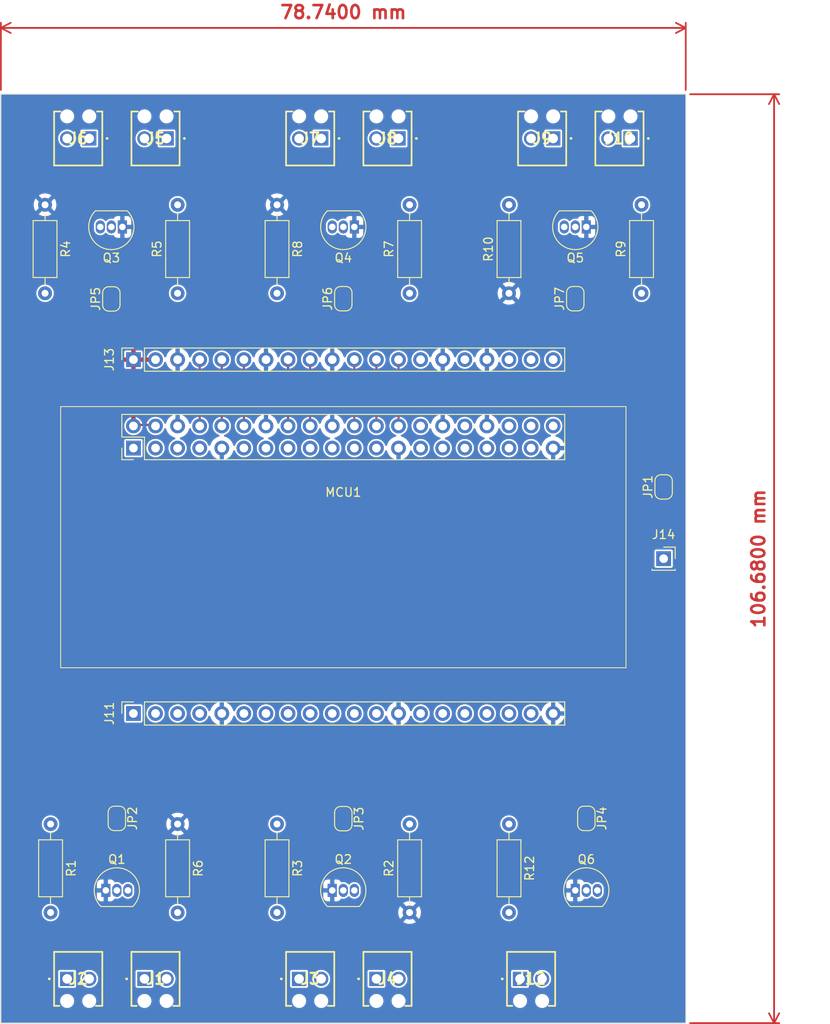
<source format=kicad_pcb>
(kicad_pcb (version 20221018) (generator pcbnew)
  (layers (0 "F.Cu" signal) (31 "B.Cu" signal) (34 "B.Paste" user) (35 "F.Paste" user) (36 "B.SilkS" user "B.Silkscreen") (37 "F.SilkS" user "F.Silkscreen") (38 "B.Mask" user) (39 "F.Mask" user) (44 "Edge.Cuts" user))
  (net 0 "")
  (net 1 "BUTTON1")
  (net 2 "+3V3")
  (net 3 "/LED1 CATHODE")
  (net 4 "VCC")
  (net 5 "/LED2 CATHODE")
  (net 6 "BUTTON2")
  (net 7 "BUTTON3")
  (net 8 "I2C DATA")
  (net 9 "I2C CLOCK")
  (net 10 "LED1")
  (net 11 "GND")
  (net 12 "GPIO27")
  (net 13 "GPIO22")
  (net 14 "SPI MOSI")
  (net 15 "SPI MISO")
  (net 16 "SPI SCLK")
  (net 17 "ID_SD")
  (net 18 "LED2")
  (net 19 "PWM GPIO13")
  (net 20 "BUZZER")
  (net 21 "GPIO26")
  (net 22 "/BUZZER -")
  (net 23 "+5V")
  (net 24 "UART TX")
  (net 25 "UART RX")
  (net 26 "PWM GPIO18")
  (net 27 "LED3")
  (net 28 "SPI CE0")
  (net 29 "SPI CE1")
  (net 30 "ID_SC")
  (net 31 "PWM GPIO12")
  (net 32 "Net-(Q1-B)")
  (net 33 "Net-(Q2-B)")
  (net 34 "Net-(Q3-B)")
  (net 35 "Net-(Q4-B)")
  (net 36 "Net-(Q5-B)")
  (net 37 "Net-(Q6-B)")
  (net 38 "/LED3 CATHODE")
  (net 39 "/LED4 CATHODE")
  (net 40 "/LED5 CATHODE")
  (net 41 "BUTTON4")
  (net 42 "BUTTON5")
  (net 43 "LED5")
  (net 44 "LED4")
  (footprint "Jumper:SolderJumper-2_P1.3mm_Open_RoundedPad1.0x1.5mm" (layer "F.Cu") (at 117.475 118.73 -90)
    (fp_text reference "JP2" (at 0 -1.8 90) (layer "F.SilkS"))
    (fp_text value "LED1 TRANSISTOR BYPASS")
    (pad "1" smd custom (at -0.65 0 270) (size 1 0.5) (layers "F.Cu" "F.Mask") (net 10 "LED1") (options (clearance outline) (anchor rect)) (primitives (gr_circle (center 0 0.25) (end 0.5 0.25) (width 0) (fill yes)) (gr_circle (center 0 -0.25) (end 0.5 -0.25) (width 0) (fill yes)) (gr_poly (pts (xy 0.5 0.75) (xy 0 0.75) (xy 0 -0.75) (xy 0.5 -0.75)) (width 0) (fill yes))))
    (pad "2" smd custom (at 0.65 0 270) (size 1 0.5) (layers "F.Cu" "F.Mask") (net 3 "/LED1 CATHODE") (options (clearance outline) (anchor rect)) (primitives (gr_circle (center 0 0.25) (end 0.5 0.25) (width 0) (fill yes)) (gr_circle (center 0 -0.25) (end 0.5 -0.25) (width 0) (fill yes)) (gr_poly (pts (xy 0 0.75) (xy -0.5 0.75) (xy -0.5 -0.75) (xy 0 -0.75)) (width 0) (fill yes))))
  )
  (footprint "SamacSys_Parts:1725656" (layer "F.Cu") (at 147.32 137.16)
    (fp_text reference "J4" (at 1.27 0) (layer "F.SilkS") (effects (font (size 1.27 1.27) (thickness 0.254))))
    (fp_text value "Screw_Terminal_01x02" hide)
    (pad "" np_thru_hole circle (at 0 2.54) (size 1.1 1.1) (drill 1.1) (layers "*.Cu" "*.Mask"))
    (pad "" np_thru_hole circle (at 2.54 2.54) (size 1.1 1.1) (drill 1.1) (layers "*.Cu" "*.Mask"))
    (pad "1" thru_hole rect (at 0 0) (size 1.65 1.65) (drill 1.1) (layers "*.Cu" "*.Mask") (net 6 "BUTTON2"))
    (pad "2" thru_hole circle (at 2.54 0) (size 1.65 1.65) (drill 1.1) (layers "*.Cu" "*.Mask") (net 2 "+3V3"))
  )
  (footprint "SamacSys_Parts:1725656" (layer "F.Cu") (at 138.43 137.16)
    (fp_text reference "J3" (at 1.27 0) (layer "F.SilkS") (effects (font (size 1.27 1.27) (thickness 0.254))))
    (fp_text value "Screw_Terminal_01x02" hide)
    (pad "" np_thru_hole circle (at 0 2.54) (size 1.1 1.1) (drill 1.1) (layers "*.Cu" "*.Mask"))
    (pad "" np_thru_hole circle (at 2.54 2.54) (size 1.1 1.1) (drill 1.1) (layers "*.Cu" "*.Mask"))
    (pad "1" thru_hole rect (at 0 0) (size 1.65 1.65) (drill 1.1) (layers "*.Cu" "*.Mask") (net 5 "/LED2 CATHODE"))
    (pad "2" thru_hole circle (at 2.54 0) (size 1.65 1.65) (drill 1.1) (layers "*.Cu" "*.Mask") (net 4 "VCC"))
  )
  (footprint "Resistor_THT:R_Axial_DIN0207_L6.3mm_D2.5mm_P10.16mm_Horizontal" (layer "F.Cu") (at 177.8 58.42 90)
    (fp_text reference "R9" (at 5.08 -2.37 90) (layer "F.SilkS"))
    (fp_text value "2.2k")
    (pad "1" thru_hole circle (at 0 0 90) (size 1.6 1.6) (drill 0.8) (layers "*.Cu" "*.Mask") (net 43 "LED5"))
    (pad "2" thru_hole oval (at 10.16 0 90) (size 1.6 1.6) (drill 0.8) (layers "*.Cu" "*.Mask") (net 36 "Net-(Q5-B)"))
  )
  (footprint "Jumper:SolderJumper-2_P1.3mm_Open_RoundedPad1.0x1.5mm" (layer "F.Cu") (at 143.51 118.76 -90)
    (fp_text reference "JP3" (at 0 -1.8 90) (layer "F.SilkS"))
    (fp_text value "LED2 TRANSISTOR BYPASS")
    (pad "1" smd custom (at -0.65 0 270) (size 1 0.5) (layers "F.Cu" "F.Mask") (net 18 "LED2") (options (clearance outline) (anchor rect)) (primitives (gr_circle (center 0 0.25) (end 0.5 0.25) (width 0) (fill yes)) (gr_circle (center 0 -0.25) (end 0.5 -0.25) (width 0) (fill yes)) (gr_poly (pts (xy 0.5 0.75) (xy 0 0.75) (xy 0 -0.75) (xy 0.5 -0.75)) (width 0) (fill yes))))
    (pad "2" smd custom (at 0.65 0 270) (size 1 0.5) (layers "F.Cu" "F.Mask") (net 5 "/LED2 CATHODE") (options (clearance outline) (anchor rect)) (primitives (gr_circle (center 0 0.25) (end 0.5 0.25) (width 0) (fill yes)) (gr_circle (center 0 -0.25) (end 0.5 -0.25) (width 0) (fill yes)) (gr_poly (pts (xy 0 0.75) (xy -0.5 0.75) (xy -0.5 -0.75) (xy 0 -0.75)) (width 0) (fill yes))))
  )
  (footprint "Package_TO_SOT_THT:TO-92_Inline" (layer "F.Cu") (at 118.11 50.8 180)
    (fp_text reference "Q3" (at 1.27 -3.56) (layer "F.SilkS"))
    (fp_text value "PN2222A")
    (pad "1" thru_hole rect (at 0 0 180) (size 1.05 1.5) (drill 0.75) (layers "*.Cu" "*.Mask") (net 11 "GND"))
    (pad "2" thru_hole oval (at 1.27 0 180) (size 1.05 1.5) (drill 0.75) (layers "*.Cu" "*.Mask") (net 34 "Net-(Q3-B)"))
    (pad "3" thru_hole oval (at 2.54 0 180) (size 1.05 1.5) (drill 0.75) (layers "*.Cu" "*.Mask") (net 38 "/LED3 CATHODE"))
  )
  (footprint "Resistor_THT:R_Axial_DIN0207_L6.3mm_D2.5mm_P10.16mm_Horizontal" (layer "F.Cu") (at 151.13 58.42 90)
    (fp_text reference "R7" (at 5.08 -2.37 90) (layer "F.SilkS"))
    (fp_text value "2.2k")
    (pad "1" thru_hole circle (at 0 0 90) (size 1.6 1.6) (drill 0.8) (layers "*.Cu" "*.Mask") (net 44 "LED4"))
    (pad "2" thru_hole oval (at 10.16 0 90) (size 1.6 1.6) (drill 0.8) (layers "*.Cu" "*.Mask") (net 35 "Net-(Q4-B)"))
  )
  (footprint "Connector_PinSocket_2.54mm:PinSocket_1x20_P2.54mm_Vertical" (layer "F.Cu") (at 119.38 66.04 90)
    (fp_text reference "J13" (at 0 -2.77 90) (layer "F.SilkS"))
    (fp_text value "Raspberry connectors")
    (pad "1" thru_hole rect (at 0 0 90) (size 1.7 1.7) (drill 1) (layers "*.Cu" "*.Mask") (net 23 "+5V"))
    (pad "2" thru_hole oval (at 0 2.54 90) (size 1.7 1.7) (drill 1) (layers "*.Cu" "*.Mask") (net 23 "+5V"))
    (pad "3" thru_hole oval (at 0 5.08 90) (size 1.7 1.7) (drill 1) (layers "*.Cu" "*.Mask") (net 11 "GND"))
    (pad "4" thru_hole oval (at 0 7.62 90) (size 1.7 1.7) (drill 1) (layers "*.Cu" "*.Mask") (net 24 "UART TX"))
    (pad "5" thru_hole oval (at 0 10.16 90) (size 1.7 1.7) (drill 1) (layers "*.Cu" "*.Mask") (net 25 "UART RX"))
    (pad "6" thru_hole oval (at 0 12.7 90) (size 1.7 1.7) (drill 1) (layers "*.Cu" "*.Mask") (net 26 "PWM GPIO18"))
    (pad "7" thru_hole oval (at 0 15.24 90) (size 1.7 1.7) (drill 1) (layers "*.Cu" "*.Mask") (net 11 "GND"))
    (pad "8" thru_hole oval (at 0 17.78 90) (size 1.7 1.7) (drill 1) (layers "*.Cu" "*.Mask") (net 7 "BUTTON3"))
    (pad "9" thru_hole oval (at 0 20.32 90) (size 1.7 1.7) (drill 1) (layers "*.Cu" "*.Mask") (net 27 "LED3"))
    (pad "10" thru_hole oval (at 0 22.86 90) (size 1.7 1.7) (drill 1) (layers "*.Cu" "*.Mask") (net 11 "GND"))
    (pad "11" thru_hole oval (at 0 25.4 90) (size 1.7 1.7) (drill 1) (layers "*.Cu" "*.Mask") (net 41 "BUTTON4"))
    (pad "12" thru_hole oval (at 0 27.94 90) (size 1.7 1.7) (drill 1) (layers "*.Cu" "*.Mask") (net 28 "SPI CE0"))
    (pad "13" thru_hole oval (at 0 30.48 90) (size 1.7 1.7) (drill 1) (layers "*.Cu" "*.Mask") (net 29 "SPI CE1"))
    (pad "14" thru_hole oval (at 0 33.02 90) (size 1.7 1.7) (drill 1) (layers "*.Cu" "*.Mask") (net 30 "ID_SC"))
    (pad "15" thru_hole oval (at 0 35.56 90) (size 1.7 1.7) (drill 1) (layers "*.Cu" "*.Mask") (net 11 "GND"))
    (pad "16" thru_hole oval (at 0 38.1 90) (size 1.7 1.7) (drill 1) (layers "*.Cu" "*.Mask") (net 31 "PWM GPIO12"))
    (pad "17" thru_hole oval (at 0 40.64 90) (size 1.7 1.7) (drill 1) (layers "*.Cu" "*.Mask") (net 11 "GND"))
    (pad "18" thru_hole oval (at 0 43.18 90) (size 1.7 1.7) (drill 1) (layers "*.Cu" "*.Mask") (net 44 "LED4"))
    (pad "19" thru_hole oval (at 0 45.72 90) (size 1.7 1.7) (drill 1) (layers "*.Cu" "*.Mask") (net 42 "BUTTON5"))
    (pad "20" thru_hole oval (at 0 48.26 90) (size 1.7 1.7) (drill 1) (layers "*.Cu" "*.Mask") (net 43 "LED5"))
  )
  (footprint "SamacSys_Parts:1725656" (layer "F.Cu") (at 163.83 137.16)
    (fp_text reference "J12" (at 1.27 0) (layer "F.SilkS") (effects (font (size 1.27 1.27) (thickness 0.254))))
    (fp_text value "Screw_Terminal_01x02" hide)
    (pad "" np_thru_hole circle (at 0 2.54) (size 1.1 1.1) (drill 1.1) (layers "*.Cu" "*.Mask"))
    (pad "" np_thru_hole circle (at 2.54 2.54) (size 1.1 1.1) (drill 1.1) (layers "*.Cu" "*.Mask"))
    (pad "1" thru_hole rect (at 0 0) (size 1.65 1.65) (drill 1.1) (layers "*.Cu" "*.Mask") (net 22 "/BUZZER -"))
    (pad "2" thru_hole circle (at 2.54 0) (size 1.65 1.65) (drill 1.1) (layers "*.Cu" "*.Mask") (net 4 "VCC"))
  )
  (footprint "Package_TO_SOT_THT:TO-92_Inline" (layer "F.Cu") (at 144.78 50.8 180)
    (fp_text reference "Q4" (at 1.27 -3.56) (layer "F.SilkS"))
    (fp_text value "PN2222A")
    (pad "1" thru_hole rect (at 0 0 180) (size 1.05 1.5) (drill 0.75) (layers "*.Cu" "*.Mask") (net 11 "GND"))
    (pad "2" thru_hole oval (at 1.27 0 180) (size 1.05 1.5) (drill 0.75) (layers "*.Cu" "*.Mask") (net 35 "Net-(Q4-B)"))
    (pad "3" thru_hole oval (at 2.54 0 180) (size 1.05 1.5) (drill 0.75) (layers "*.Cu" "*.Mask") (net 39 "/LED4 CATHODE"))
  )
  (footprint "SamacSys_Parts:1725656" (layer "F.Cu") (at 176.53 40.64 180)
    (fp_text reference "J10" (at 1.27 0) (layer "F.SilkS") (effects (font (size 1.27 1.27) (thickness 0.254))))
    (fp_text value "Screw_Terminal_01x02" hide)
    (pad "" np_thru_hole circle (at 0 2.54 180) (size 1.1 1.1) (drill 1.1) (layers "*.Cu" "*.Mask"))
    (pad "" np_thru_hole circle (at 2.54 2.54 180) (size 1.1 1.1) (drill 1.1) (layers "*.Cu" "*.Mask"))
    (pad "1" thru_hole rect (at 0 0 180) (size 1.65 1.65) (drill 1.1) (layers "*.Cu" "*.Mask") (net 40 "/LED5 CATHODE"))
    (pad "2" thru_hole circle (at 2.54 0 180) (size 1.65 1.65) (drill 1.1) (layers "*.Cu" "*.Mask") (net 4 "VCC"))
  )
  (footprint "Resistor_THT:R_Axial_DIN0207_L6.3mm_D2.5mm_P10.16mm_Horizontal" (layer "F.Cu") (at 109.855 119.38 -90)
    (fp_text reference "R1" (at 5.08 -2.37 90) (layer "F.SilkS"))
    (fp_text value "2.2k")
    (pad "1" thru_hole circle (at 0 0 270) (size 1.6 1.6) (drill 0.8) (layers "*.Cu" "*.Mask") (net 10 "LED1"))
    (pad "2" thru_hole oval (at 10.16 0 270) (size 1.6 1.6) (drill 0.8) (layers "*.Cu" "*.Mask") (net 32 "Net-(Q1-B)"))
  )
  (footprint "Resistor_THT:R_Axial_DIN0207_L6.3mm_D2.5mm_P10.16mm_Horizontal" (layer "F.Cu") (at 162.56 119.38 -90)
    (fp_text reference "R12" (at 5.08 -2.37 90) (layer "F.SilkS"))
    (fp_text value "2.2k")
    (pad "1" thru_hole circle (at 0 0 270) (size 1.6 1.6) (drill 0.8) (layers "*.Cu" "*.Mask") (net 20 "BUZZER"))
    (pad "2" thru_hole oval (at 10.16 0 270) (size 1.6 1.6) (drill 0.8) (layers "*.Cu" "*.Mask") (net 37 "Net-(Q6-B)"))
  )
  (footprint "biertafel:Raspberry PI Zero W" (layer "F.Cu") (at 143.51 74.93)
    (fp_text reference "MCU1" (at 0 6.35) (layer "F.SilkS"))
    (fp_text value "~")
    (pad "1" thru_hole rect (at -24.13 1.27 90) (size 1.7 1.7) (drill 1) (layers "*.Cu" "*.Mask") (net 2 "+3V3"))
    (pad "2" thru_hole oval (at -24.13 -1.27 90) (size 1.7 1.7) (drill 1) (layers "*.Cu" "*.Mask") (net 23 "+5V"))
    (pad "3" thru_hole oval (at -21.59 1.27 90) (size 1.7 1.7) (drill 1) (layers "*.Cu" "*.Mask") (net 8 "I2C DATA"))
    (pad "4" thru_hole oval (at -21.59 -1.27 90) (size 1.7 1.7) (drill 1) (layers "*.Cu" "*.Mask") (net 23 "+5V"))
    (pad "5" thru_hole oval (at -19.05 1.27 90) (size 1.7 1.7) (drill 1) (layers "*.Cu" "*.Mask") (net 9 "I2C CLOCK"))
    (pad "6" thru_hole oval (at -19.05 -1.27 90) (size 1.7 1.7) (drill 1) (layers "*.Cu" "*.Mask") (net 11 "GND"))
    (pad "7" thru_hole oval (at -16.51 1.27 90) (size 1.7 1.7) (drill 1) (layers "*.Cu" "*.Mask") (net 10 "LED1"))
    (pad "8" thru_hole oval (at -16.51 -1.27 90) (size 1.7 1.7) (drill 1) (layers "*.Cu" "*.Mask") (net 24 "UART TX"))
    (pad "9" thru_hole oval (at -13.97 1.27 90) (size 1.7 1.7) (drill 1) (layers "*.Cu" "*.Mask") (net 11 "GND"))
    (pad "10" thru_hole oval (at -13.97 -1.27 90) (size 1.7 1.7) (drill 1) (layers "*.Cu" "*.Mask") (net 25 "UART RX"))
    (pad "11" thru_hole oval (at -11.43 1.27 90) (size 1.7 1.7) (drill 1) (layers "*.Cu" "*.Mask") (net 1 "BUTTON1"))
    (pad "12" thru_hole oval (at -11.43 -1.27 90) (size 1.7 1.7) (drill 1) (layers "*.Cu" "*.Mask") (net 26 "PWM GPIO18"))
    (pad "13" thru_hole oval (at -8.89 1.27 90) (size 1.7 1.7) (drill 1) (layers "*.Cu" "*.Mask") (net 12 "GPIO27"))
    (pad "14" thru_hole oval (at -8.89 -1.27 90) (size 1.7 1.7) (drill 1) (layers "*.Cu" "*.Mask") (net 11 "GND"))
    (pad "15" thru_hole oval (at -6.35 1.27 90) (size 1.7 1.7) (drill 1) (layers "*.Cu" "*.Mask") (net 13 "GPIO22"))
    (pad "16" thru_hole oval (at -6.35 -1.27 90) (size 1.7 1.7) (drill 1) (layers "*.Cu" "*.Mask") (net 7 "BUTTON3"))
    (pad "17" thru_hole oval (at -3.81 1.27 90) (size 1.7 1.7) (drill 1) (layers "*.Cu" "*.Mask") (net 2 "+3V3"))
    (pad "18" thru_hole oval (at -3.81 -1.27 90) (size 1.7 1.7) (drill 1) (layers "*.Cu" "*.Mask") (net 27 "LED3"))
    (pad "19" thru_hole oval (at -1.27 1.27 90) (size 1.7 1.7) (drill 1) (layers "*.Cu" "*.Mask") (net 14 "SPI MOSI"))
    (pad "20" thru_hole oval (at -1.27 -1.27 90) (size 1.7 1.7) (drill 1) (layers "*.Cu" "*.Mask") (net 11 "GND"))
    (pad "21" thru_hole oval (at 1.27 1.27 90) (size 1.7 1.7) (drill 1) (layers "*.Cu" "*.Mask") (net 15 "SPI MISO"))
    (pad "22" thru_hole oval (at 1.27 -1.27 90) (size 1.7 1.7) (drill 1) (layers "*.Cu" "*.Mask") (net 41 "BUTTON4"))
    (pad "23" thru_hole oval (at 3.81 1.27 90) (size 1.7 1.7) (drill 1) (layers "*.Cu" "*.Mask") (net 16 "SPI SCLK"))
    (pad "24" thru_hole oval (at 3.81 -1.27 90) (size 1.7 1.7) (drill 1) (layers "*.Cu" "*.Mask") (net 28 "SPI CE0"))
    (pad "25" thru_hole oval (at 6.35 1.27 90) (size 1.7 1.7) (drill 1) (layers "*.Cu" "*.Mask") (net 11 "GND"))
    (pad "26" thru_hole oval (at 6.35 -1.27 90) (size 1.7 1.7) (drill 1) (layers "*.Cu" "*.Mask") (net 29 "SPI CE1"))
    (pad "27" thru_hole oval (at 8.89 1.27 90) (size 1.7 1.7) (drill 1) (layers "*.Cu" "*.Mask") (net 17 "ID_SD"))
    (pad "28" thru_hole oval (at 8.89 -1.27 90) (size 1.7 1.7) (drill 1) (layers "*.Cu" "*.Mask") (net 30 "ID_SC"))
    (pad "29" thru_hole oval (at 11.43 1.27 90) (size 1.7 1.7) (drill 1) (layers "*.Cu" "*.Mask") (net 18 "LED2"))
    (pad "30" thru_hole oval (at 11.43 -1.27 90) (size 1.7 1.7) (drill 1) (layers "*.Cu" "*.Mask") (net 11 "GND"))
    (pad "31" thru_hole oval (at 13.97 1.27 90) (size 1.7 1.7) (drill 1) (layers "*.Cu" "*.Mask") (net 6 "BUTTON2"))
    (pad "32" thru_hole oval (at 13.97 -1.27 90) (size 1.7 1.7) (drill 1) (layers "*.Cu" "*.Mask") (net 31 "PWM GPIO12"))
    (pad "33" thru_hole oval (at 16.51 1.27 90) (size 1.7 1.7) (drill 1) (layers "*.Cu" "*.Mask") (net 19 "PWM GPIO13"))
    (pad "34" thru_hole oval (at 16.51 -1.27 90) (size 1.7 1.7) (drill 1) (layers "*.Cu" "*.Mask") (net 11 "GND"))
    (pad "35" thru_hole oval (at 19.05 1.27 90) (size 1.7 1.7) (drill 1) (layers "*.Cu" "*.Mask") (net 20 "BUZZER"))
    (pad "36" thru_hole oval (at 19.05 -1.27 90) (size 1.7 1.7) (drill 1) (layers "*.Cu" "*.Mask") (net 44 "LED4"))
    (pad "37" thru_hole oval (at 21.59 1.27 90) (size 1.7 1.7) (drill 1) (layers "*.Cu" "*.Mask") (net 21 "GPIO26"))
    (pad "38" thru_hole oval (at 21.59 -1.27 90) (size 1.7 1.7) (drill 1) (layers "*.Cu" "*.Mask") (net 42 "BUTTON5"))
    (pad "39" thru_hole oval (at 24.13 1.27 90) (size 1.7 1.7) (drill 1) (layers "*.Cu" "*.Mask") (net 11 "GND"))
    (pad "40" thru_hole oval (at 24.13 -1.27 90) (size 1.7 1.7) (drill 1) (layers "*.Cu" "*.Mask") (net 43 "LED5"))
  )
  (footprint "Jumper:SolderJumper-2_P1.3mm_Open_RoundedPad1.0x1.5mm" (layer "F.Cu") (at 171.45 118.73 -90)
    (fp_text reference "JP4" (at 0 -1.8 90) (layer "F.SilkS"))
    (fp_text value "BUZZER TRANSISTOR BYPASS")
    (pad "1" smd custom (at -0.65 0 270) (size 1 0.5) (layers "F.Cu" "F.Mask") (net 20 "BUZZER") (options (clearance outline) (anchor rect)) (primitives (gr_circle (center 0 0.25) (end 0.5 0.25) (width 0) (fill yes)) (gr_circle (center 0 -0.25) (end 0.5 -0.25) (width 0) (fill yes)) (gr_poly (pts (xy 0.5 0.75) (xy 0 0.75) (xy 0 -0.75) (xy 0.5 -0.75)) (width 0) (fill yes))))
    (pad "2" smd custom (at 0.65 0 270) (size 1 0.5) (layers "F.Cu" "F.Mask") (net 22 "/BUZZER -") (options (clearance outline) (anchor rect)) (primitives (gr_circle (center 0 0.25) (end 0.5 0.25) (width 0) (fill yes)) (gr_circle (center 0 -0.25) (end 0.5 -0.25) (width 0) (fill yes)) (gr_poly (pts (xy 0 0.75) (xy -0.5 0.75) (xy -0.5 -0.75) (xy 0 -0.75)) (width 0) (fill yes))))
  )
  (footprint "Jumper:SolderJumper-2_P1.3mm_Open_RoundedPad1.0x1.5mm" (layer "F.Cu") (at 170.18 59.04 90)
    (fp_text reference "JP7" (at 0 -1.8 90) (layer "F.SilkS"))
    (fp_text value "LED5 TRANSISTOR BYPASS")
    (pad "1" smd custom (at -0.65 0 90) (size 1 0.5) (layers "F.Cu" "F.Mask") (net 43 "LED5") (options (clearance outline) (anchor rect)) (primitives (gr_circle (center 0 0.25) (end 0.5 0.25) (width 0) (fill yes)) (gr_circle (center 0 -0.25) (end 0.5 -0.25) (width 0) (fill yes)) (gr_poly (pts (xy 0.5 0.75) (xy 0 0.75) (xy 0 -0.75) (xy 0.5 -0.75)) (width 0) (fill yes))))
    (pad "2" smd custom (at 0.65 0 90) (size 1 0.5) (layers "F.Cu" "F.Mask") (net 40 "/LED5 CATHODE") (options (clearance outline) (anchor rect)) (primitives (gr_circle (center 0 0.25) (end 0.5 0.25) (width 0) (fill yes)) (gr_circle (center 0 -0.25) (end 0.5 -0.25) (width 0) (fill yes)) (gr_poly (pts (xy 0 0.75) (xy -0.5 0.75) (xy -0.5 -0.75) (xy 0 -0.75)) (width 0) (fill yes))))
  )
  (footprint "Connector_PinSocket_2.54mm:PinSocket_1x01_P2.54mm_Vertical" (layer "F.Cu") (at 180.34 88.9)
    (fp_text reference "J14" (at 0 -2.77) (layer "F.SilkS"))
    (fp_text value "VCC socket")
    (pad "1" thru_hole rect (at 0 0) (size 1.7 1.7) (drill 1) (layers "*.Cu" "*.Mask") (net 4 "VCC"))
  )
  (footprint "Resistor_THT:R_Axial_DIN0207_L6.3mm_D2.5mm_P10.16mm_Horizontal" (layer "F.Cu") (at 135.89 119.38 -90)
    (fp_text reference "R3" (at 5.08 -2.37 90) (layer "F.SilkS"))
    (fp_text value "2.2k")
    (pad "1" thru_hole circle (at 0 0 270) (size 1.6 1.6) (drill 0.8) (layers "*.Cu" "*.Mask") (net 18 "LED2"))
    (pad "2" thru_hole oval (at 10.16 0 270) (size 1.6 1.6) (drill 0.8) (layers "*.Cu" "*.Mask") (net 33 "Net-(Q2-B)"))
  )
  (footprint "Package_TO_SOT_THT:TO-92_Inline" (layer "F.Cu") (at 116.205 127)
    (fp_text reference "Q1" (at 1.27 -3.56) (layer "F.SilkS"))
    (fp_text value "PN2222A")
    (pad "1" thru_hole rect (at 0 0) (size 1.05 1.5) (drill 0.75) (layers "*.Cu" "*.Mask") (net 11 "GND"))
    (pad "2" thru_hole oval (at 1.27 0) (size 1.05 1.5) (drill 0.75) (layers "*.Cu" "*.Mask") (net 32 "Net-(Q1-B)"))
    (pad "3" thru_hole oval (at 2.54 0) (size 1.05 1.5) (drill 0.75) (layers "*.Cu" "*.Mask") (net 3 "/LED1 CATHODE"))
  )
  (footprint "SamacSys_Parts:1725656" (layer "F.Cu") (at 167.64 40.64 180)
    (fp_text reference "J9" (at 1.27 0) (layer "F.SilkS") (effects (font (size 1.27 1.27) (thickness 0.254))))
    (fp_text value "Screw_Terminal_01x02" hide)
    (pad "" np_thru_hole circle (at 0 2.54 180) (size 1.1 1.1) (drill 1.1) (layers "*.Cu" "*.Mask"))
    (pad "" np_thru_hole circle (at 2.54 2.54 180) (size 1.1 1.1) (drill 1.1) (layers "*.Cu" "*.Mask"))
    (pad "1" thru_hole rect (at 0 0 180) (size 1.65 1.65) (drill 1.1) (layers "*.Cu" "*.Mask") (net 42 "BUTTON5"))
    (pad "2" thru_hole circle (at 2.54 0 180) (size 1.65 1.65) (drill 1.1) (layers "*.Cu" "*.Mask") (net 2 "+3V3"))
  )
  (footprint "SamacSys_Parts:1725656" (layer "F.Cu") (at 140.97 40.64 180)
    (fp_text reference "J7" (at 1.27 0) (layer "F.SilkS") (effects (font (size 1.27 1.27) (thickness 0.254))))
    (fp_text value "Screw_Terminal_01x02" hide)
    (pad "" np_thru_hole circle (at 0 2.54 180) (size 1.1 1.1) (drill 1.1) (layers "*.Cu" "*.Mask"))
    (pad "" np_thru_hole circle (at 2.54 2.54 180) (size 1.1 1.1) (drill 1.1) (layers "*.Cu" "*.Mask"))
    (pad "1" thru_hole rect (at 0 0 180) (size 1.65 1.65) (drill 1.1) (layers "*.Cu" "*.Mask") (net 41 "BUTTON4"))
    (pad "2" thru_hole circle (at 2.54 0 180) (size 1.65 1.65) (drill 1.1) (layers "*.Cu" "*.Mask") (net 2 "+3V3"))
  )
  (footprint "SamacSys_Parts:1725656" (layer "F.Cu") (at 120.65 137.16)
    (fp_text reference "J1" (at 1.27 0) (layer "F.SilkS") (effects (font (size 1.27 1.27) (thickness 0.254))))
    (fp_text value "Screw_Terminal_01x02" hide)
    (pad "" np_thru_hole circle (at 0 2.54) (size 1.1 1.1) (drill 1.1) (layers "*.Cu" "*.Mask"))
    (pad "" np_thru_hole circle (at 2.54 2.54) (size 1.1 1.1) (drill 1.1) (layers "*.Cu" "*.Mask"))
    (pad "1" thru_hole rect (at 0 0) (size 1.65 1.65) (drill 1.1) (layers "*.Cu" "*.Mask") (net 1 "BUTTON1"))
    (pad "2" thru_hole circle (at 2.54 0) (size 1.65 1.65) (drill 1.1) (layers "*.Cu" "*.Mask") (net 2 "+3V3"))
  )
  (footprint "Package_TO_SOT_THT:TO-92_Inline" (layer "F.Cu") (at 142.24 127)
    (fp_text reference "Q2" (at 1.27 -3.56) (layer "F.SilkS"))
    (fp_text value "PN2222A")
    (pad "1" thru_hole rect (at 0 0) (size 1.05 1.5) (drill 0.75) (layers "*.Cu" "*.Mask") (net 11 "GND"))
    (pad "2" thru_hole oval (at 1.27 0) (size 1.05 1.5) (drill 0.75) (layers "*.Cu" "*.Mask") (net 33 "Net-(Q2-B)"))
    (pad "3" thru_hole oval (at 2.54 0) (size 1.05 1.5) (drill 0.75) (layers "*.Cu" "*.Mask") (net 5 "/LED2 CATHODE"))
  )
  (footprint "Jumper:SolderJumper-2_P1.3mm_Open_RoundedPad1.0x1.5mm" (layer "F.Cu") (at 180.34 80.66 90)
    (fp_text reference "JP1" (at 0 -1.8 90) (layer "F.SilkS"))
    (fp_text value "Connect VCC to 5V")
    (pad "1" smd custom (at -0.65 0 90) (size 1 0.5) (layers "F.Cu" "F.Mask") (net 23 "+5V") (options (clearance outline) (anchor rect)) (primitives (gr_circle (center 0 0.25) (end 0.5 0.25) (width 0) (fill yes)) (gr_circle (center 0 -0.25) (end 0.5 -0.25) (width 0) (fill yes)) (gr_poly (pts (xy 0.5 0.75) (xy 0 0.75) (xy 0 -0.75) (xy 0.5 -0.75)) (width 0) (fill yes))))
    (pad "2" smd custom (at 0.65 0 90) (size 1 0.5) (layers "F.Cu" "F.Mask") (net 4 "VCC") (options (clearance outline) (anchor rect)) (primitives (gr_circle (center 0 0.25) (end 0.5 0.25) (width 0) (fill yes)) (gr_circle (center 0 -0.25) (end 0.5 -0.25) (width 0) (fill yes)) (gr_poly (pts (xy 0 0.75) (xy -0.5 0.75) (xy -0.5 -0.75) (xy 0 -0.75)) (width 0) (fill yes))))
  )
  (footprint "Resistor_THT:R_Axial_DIN0207_L6.3mm_D2.5mm_P10.16mm_Horizontal" (layer "F.Cu") (at 124.46 119.38 -90)
    (fp_text reference "R6" (at 5.08 -2.37 90) (layer "F.SilkS"))
    (fp_text value "100k")
    (pad "1" thru_hole circle (at 0 0 270) (size 1.6 1.6) (drill 0.8) (layers "*.Cu" "*.Mask") (net 11 "GND"))
    (pad "2" thru_hole oval (at 10.16 0 270) (size 1.6 1.6) (drill 0.8) (layers "*.Cu" "*.Mask") (net 1 "BUTTON1"))
  )
  (footprint "Resistor_THT:R_Axial_DIN0207_L6.3mm_D2.5mm_P10.16mm_Horizontal" (layer "F.Cu") (at 109.22 48.26 -90)
    (fp_text reference "R4" (at 5.08 -2.37 90) (layer "F.SilkS"))
    (fp_text value "100k")
    (pad "1" thru_hole circle (at 0 0 270) (size 1.6 1.6) (drill 0.8) (layers "*.Cu" "*.Mask") (net 11 "GND"))
    (pad "2" thru_hole oval (at 10.16 0 270) (size 1.6 1.6) (drill 0.8) (layers "*.Cu" "*.Mask") (net 7 "BUTTON3"))
  )
  (footprint "Jumper:SolderJumper-2_P1.3mm_Open_RoundedPad1.0x1.5mm" (layer "F.Cu") (at 116.84 59.07 90)
    (fp_text reference "JP5" (at 0 -1.8 90) (layer "F.SilkS"))
    (fp_text value "LED3 TRANSISTOR BYPASS")
    (pad "1" smd custom (at -0.65 0 90) (size 1 0.5) (layers "F.Cu" "F.Mask") (net 27 "LED3") (options (clearance outline) (anchor rect)) (primitives (gr_circle (center 0 0.25) (end 0.5 0.25) (width 0) (fill yes)) (gr_circle (center 0 -0.25) (end 0.5 -0.25) (width 0) (fill yes)) (gr_poly (pts (xy 0.5 0.75) (xy 0 0.75) (xy 0 -0.75) (xy 0.5 -0.75)) (width 0) (fill yes))))
    (pad "2" smd custom (at 0.65 0 90) (size 1 0.5) (layers "F.Cu" "F.Mask") (net 38 "/LED3 CATHODE") (options (clearance outline) (anchor rect)) (primitives (gr_circle (center 0 0.25) (end 0.5 0.25) (width 0) (fill yes)) (gr_circle (center 0 -0.25) (end 0.5 -0.25) (width 0) (fill yes)) (gr_poly (pts (xy 0 0.75) (xy -0.5 0.75) (xy -0.5 -0.75) (xy 0 -0.75)) (width 0) (fill yes))))
  )
  (footprint "SamacSys_Parts:1725656" (layer "F.Cu") (at 111.76 137.16)
    (fp_text reference "J2" (at 1.27 0) (layer "F.SilkS") (effects (font (size 1.27 1.27) (thickness 0.254))))
    (fp_text value "Screw_Terminal_01x02" hide)
    (pad "" np_thru_hole circle (at 0 2.54) (size 1.1 1.1) (drill 1.1) (layers "*.Cu" "*.Mask"))
    (pad "" np_thru_hole circle (at 2.54 2.54) (size 1.1 1.1) (drill 1.1) (layers "*.Cu" "*.Mask"))
    (pad "1" thru_hole rect (at 0 0) (size 1.65 1.65) (drill 1.1) (layers "*.Cu" "*.Mask") (net 3 "/LED1 CATHODE"))
    (pad "2" thru_hole circle (at 2.54 0) (size 1.65 1.65) (drill 1.1) (layers "*.Cu" "*.Mask") (net 4 "VCC"))
  )
  (footprint "Connector_PinSocket_2.54mm:PinSocket_1x20_P2.54mm_Vertical" (layer "F.Cu") (at 119.38 106.68 90)
    (fp_text reference "J11" (at 0 -2.77 90) (layer "F.SilkS"))
    (fp_text value "Raspberry connectors")
    (pad "1" thru_hole rect (at 0 0 90) (size 1.7 1.7) (drill 1) (layers "*.Cu" "*.Mask") (net 2 "+3V3"))
    (pad "2" thru_hole oval (at 0 2.54 90) (size 1.7 1.7) (drill 1) (layers "*.Cu" "*.Mask") (net 8 "I2C DATA"))
    (pad "3" thru_hole oval (at 0 5.08 90) (size 1.7 1.7) (drill 1) (layers "*.Cu" "*.Mask") (net 9 "I2C CLOCK"))
    (pad "4" thru_hole oval (at 0 7.62 90) (size 1.7 1.7) (drill 1) (layers "*.Cu" "*.Mask") (net 10 "LED1"))
    (pad "5" thru_hole oval (at 0 10.16 90) (size 1.7 1.7) (drill 1) (layers "*.Cu" "*.Mask") (net 11 "GND"))
    (pad "6" thru_hole oval (at 0 12.7 90) (size 1.7 1.7) (drill 1) (layers "*.Cu" "*.Mask") (net 1 "BUTTON1"))
    (pad "7" thru_hole oval (at 0 15.24 90) (size 1.7 1.7) (drill 1) (layers "*.Cu" "*.Mask") (net 12 "GPIO27"))
    (pad "8" thru_hole oval (at 0 17.78 90) (size 1.7 1.7) (drill 1) (layers "*.Cu" "*.Mask") (net 13 "GPIO22"))
    (pad "9" thru_hole oval (at 0 20.32 90) (size 1.7 1.7) (drill 1) (layers "*.Cu" "*.Mask") (net 2 "+3V3"))
    (pad "10" thru_hole oval (at 0 22.86 90) (size 1.7 1.7) (drill 1) (layers "*.Cu" "*.Mask") (net 14 "SPI MOSI"))
    (pad "11" thru_hole oval (at 0 25.4 90) (size 1.7 1.7) (drill 1) (layers "*.Cu" "*.Mask") (net 15 "SPI MISO"))
    (pad "12" thru_hole oval (at 0 27.94 90) (size 1.7 1.7) (drill 1) (layers "*.Cu" "*.Mask") (net 16 "SPI SCLK"))
    (pad "13" thru_hole oval (at 0 30.48 90) (size 1.7 1.7) (drill 1) (layers "*.Cu" "*.Mask") (net 11 "GND"))
    (pad "14" thru_hole oval (at 0 33.02 90) (size 1.7 1.7) (drill 1) (layers "*.Cu" "*.Mask") (net 17 "ID_SD"))
    (pad "15" thru_hole oval (at 0 35.56 90) (size 1.7 1.7) (drill 1) (layers "*.Cu" "*.Mask") (net 18 "LED2"))
    (pad "16" thru_hole oval (at 0 38.1 90) (size 1.7 1.7) (drill 1) (layers "*.Cu" "*.Mask") (net 6 "BUTTON2"))
    (pad "17" thru_hole oval (at 0 40.64 90) (size 1.7 1.7) (drill 1) (layers "*.Cu" "*.Mask") (net 19 "PWM GPIO13"))
    (pad "18" thru_hole oval (at 0 43.18 90) (size 1.7 1.7) (drill 1) (layers "*.Cu" "*.Mask") (net 20 "BUZZER"))
    (pad "19" thru_hole oval (at 0 45.72 90) (size 1.7 1.7) (drill 1) (layers "*.Cu" "*.Mask") (net 21 "GPIO26"))
    (pad "20" thru_hole oval (at 0 48.26 90) (size 1.7 1.7) (drill 1) (layers "*.Cu" "*.Mask") (net 11 "GND"))
  )
  (footprint "Package_TO_SOT_THT:TO-92_Inline" (layer "F.Cu") (at 170.18 127)
    (fp_text reference "Q6" (at 1.27 -3.56) (layer "F.SilkS"))
    (fp_text value "PN2222A")
    (pad "1" thru_hole rect (at 0 0) (size 1.05 1.5) (drill 0.75) (layers "*.Cu" "*.Mask") (net 11 "GND"))
    (pad "2" thru_hole oval (at 1.27 0) (size 1.05 1.5) (drill 0.75) (layers "*.Cu" "*.Mask") (net 37 "Net-(Q6-B)"))
    (pad "3" thru_hole oval (at 2.54 0) (size 1.05 1.5) (drill 0.75) (layers "*.Cu" "*.Mask") (net 22 "/BUZZER -"))
  )
  (footprint "Package_TO_SOT_THT:TO-92_Inline" (layer "F.Cu") (at 171.45 50.8 180)
    (fp_text reference "Q5" (at 1.27 -3.56) (layer "F.SilkS"))
    (fp_text value "PN2222A")
    (pad "1" thru_hole rect (at 0 0 180) (size 1.05 1.5) (drill 0.75) (layers "*.Cu" "*.Mask") (net 11 "GND"))
    (pad "2" thru_hole oval (at 1.27 0 180) (size 1.05 1.5) (drill 0.75) (layers "*.Cu" "*.Mask") (net 36 "Net-(Q5-B)"))
    (pad "3" thru_hole oval (at 2.54 0 180) (size 1.05 1.5) (drill 0.75) (layers "*.Cu" "*.Mask") (net 40 "/LED5 CATHODE"))
  )
  (footprint "SamacSys_Parts:1725656" (layer "F.Cu") (at 149.86 40.64 180)
    (fp_text reference "J8" (at 1.27 0) (layer "F.SilkS") (effects (font (size 1.27 1.27) (thickness 0.254))))
    (fp_text value "Screw_Terminal_01x02" hide)
    (pad "" np_thru_hole circle (at 0 2.54 180) (size 1.1 1.1) (drill 1.1) (layers "*.Cu" "*.Mask"))
    (pad "" np_thru_hole circle (at 2.54 2.54 180) (size 1.1 1.1) (drill 1.1) (layers "*.Cu" "*.Mask"))
    (pad "1" thru_hole rect (at 0 0 180) (size 1.65 1.65) (drill 1.1) (layers "*.Cu" "*.Mask") (net 39 "/LED4 CATHODE"))
    (pad "2" thru_hole circle (at 2.54 0 180) (size 1.65 1.65) (drill 1.1) (layers "*.Cu" "*.Mask") (net 4 "VCC"))
  )
  (footprint "Resistor_THT:R_Axial_DIN0207_L6.3mm_D2.5mm_P10.16mm_Horizontal" (layer "F.Cu") (at 162.56 58.42 90)
    (fp_text reference "R10" (at 5.08 -2.37 90) (layer "F.SilkS"))
    (fp_text value "100k")
    (pad "1" thru_hole circle (at 0 0 90) (size 1.6 1.6) (drill 0.8) (layers "*.Cu" "*.Mask") (net 11 "GND"))
    (pad "2" thru_hole oval (at 10.16 0 90) (size 1.6 1.6) (drill 0.8) (layers "*.Cu" "*.Mask") (net 42 "BUTTON5"))
  )
  (footprint "Resistor_THT:R_Axial_DIN0207_L6.3mm_D2.5mm_P10.16mm_Horizontal" (layer "F.Cu") (at 151.13 129.54 90)
    (fp_text reference "R2" (at 5.08 -2.37 90) (layer "F.SilkS"))
    (fp_text value "100k")
    (pad "1" thru_hole circle (at 0 0 90) (size 1.6 1.6) (drill 0.8) (layers "*.Cu" "*.Mask") (net 11 "GND"))
    (pad "2" thru_hole oval (at 10.16 0 90) (size 1.6 1.6) (drill 0.8) (layers "*.Cu" "*.Mask") (net 6 "BUTTON2"))
  )
  (footprint "SamacSys_Parts:1725656" (layer "F.Cu") (at 114.3 40.64 180)
    (fp_text reference "J6" (at 1.27 0) (layer "F.SilkS") (effects (font (size 1.27 1.27) (thickness 0.254))))
    (fp_text value "Screw_Terminal_01x02" hide)
    (pad "" np_thru_hole circle (at 0 2.54 180) (size 1.1 1.1) (drill 1.1) (layers "*.Cu" "*.Mask"))
    (pad "" np_thru_hole circle (at 2.54 2.54 180) (size 1.1 1.1) (drill 1.1) (layers "*.Cu" "*.Mask"))
    (pad "1" thru_hole rect (at 0 0 180) (size 1.65 1.65) (drill 1.1) (layers "*.Cu" "*.Mask") (net 7 "BUTTON3"))
    (pad "2" thru_hole circle (at 2.54 0 180) (size 1.65 1.65) (drill 1.1) (layers "*.Cu" "*.Mask") (net 2 "+3V3"))
  )
  (footprint "Resistor_THT:R_Axial_DIN0207_L6.3mm_D2.5mm_P10.16mm_Horizontal" (layer "F.Cu") (at 124.46 58.42 90)
    (fp_text reference "R5" (at 5.08 -2.37 90) (layer "F.SilkS"))
    (fp_text value "2.2k")
    (pad "1" thru_hole circle (at 0 0 90) (size 1.6 1.6) (drill 0.8) (layers "*.Cu" "*.Mask") (net 27 "LED3"))
    (pad "2" thru_hole oval (at 10.16 0 90) (size 1.6 1.6) (drill 0.8) (layers "*.Cu" "*.Mask") (net 34 "Net-(Q3-B)"))
  )
  (footprint "Jumper:SolderJumper-2_P1.3mm_Open_RoundedPad1.0x1.5mm" (layer "F.Cu") (at 143.51 59.04 90)
    (fp_text reference "JP6" (at 0 -1.8 90) (layer "F.SilkS"))
    (fp_text value "LED4 TRANSISTOR BYPASS")
    (pad "1" smd custom (at -0.65 0 90) (size 1 0.5) (layers "F.Cu" "F.Mask") (net 44 "LED4") (options (clearance outline) (anchor rect)) (primitives (gr_circle (center 0 0.25) (end 0.5 0.25) (width 0) (fill yes)) (gr_circle (center 0 -0.25) (end 0.5 -0.25) (width 0) (fill yes)) (gr_poly (pts (xy 0.5 0.75) (xy 0 0.75) (xy 0 -0.75) (xy 0.5 -0.75)) (width 0) (fill yes))))
    (pad "2" smd custom (at 0.65 0 90) (size 1 0.5) (layers "F.Cu" "F.Mask") (net 39 "/LED4 CATHODE") (options (clearance outline) (anchor rect)) (primitives (gr_circle (center 0 0.25) (end 0.5 0.25) (width 0) (fill yes)) (gr_circle (center 0 -0.25) (end 0.5 -0.25) (width 0) (fill yes)) (gr_poly (pts (xy 0 0.75) (xy -0.5 0.75) (xy -0.5 -0.75) (xy 0 -0.75)) (width 0) (fill yes))))
  )
  (footprint "Resistor_THT:R_Axial_DIN0207_L6.3mm_D2.5mm_P10.16mm_Horizontal" (layer "F.Cu") (at 135.89 48.26 -90)
    (fp_text reference "R8" (at 5.08 -2.37 90) (layer "F.SilkS"))
    (fp_text value "100k")
    (pad "1" thru_hole circle (at 0 0 270) (size 1.6 1.6) (drill 0.8) (layers "*.Cu" "*.Mask") (net 11 "GND"))
    (pad "2" thru_hole oval (at 10.16 0 270) (size 1.6 1.6) (drill 0.8) (layers "*.Cu" "*.Mask") (net 41 "BUTTON4"))
  )
  (footprint "SamacSys_Parts:1725656" (layer "F.Cu") (at 123.19 40.64 180)
    (fp_text reference "J5" (at 1.27 0) (layer "F.SilkS") (effects (font (size 1.27 1.27) (thickness 0.254))))
    (fp_text value "Screw_Terminal_01x02" hide)
    (pad "" np_thru_hole circle (at 0 2.54 180) (size 1.1 1.1) (drill 1.1) (layers "*.Cu" "*.Mask"))
    (pad "" np_thru_hole circle (at 2.54 2.54 180) (size 1.1 1.1) (drill 1.1) (layers "*.Cu" "*.Mask"))
    (pad "1" thru_hole rect (at 0 0 180) (size 1.65 1.65) (drill 1.1) (layers "*.Cu" "*.Mask") (net 38 "/LED3 CATHODE"))
    (pad "2" thru_hole circle (at 2.54 0 180) (size 1.65 1.65) (drill 1.1) (layers "*.Cu" "*.Mask") (net 4 "VCC"))
  )
  (gr_rect (start 104.14 35.56) (end 182.88 142.24) (stroke (width 0.1)) (fill none) (layer "Edge.Cuts"))
  (dimension (type aligned) (layer "F.Cu") (pts (xy 182.88 35.56) (xy 182.88 142.24)) (height -10.16) (gr_text "106,6800 mm" (at 191.24 88.9 90) (layer "F.Cu") (effects (font (size 1.5 1.5) (thickness 0.3)))) (format (prefix "") (suffix "") (units 3) (units_format 1) (precision 4)) (style (thickness 0.2) (arrow_length 1.27) (text_position_mode 0) (extension_height 0.58642) (extension_offset 0.5) keep_text_aligned))
  (dimension (type aligned) (layer "F.Cu") (pts (xy 104.14 35.56) (xy 182.88 35.56)) (height -7.62) (gr_text "78,7400 mm" (at 143.51 26.14) (layer "F.Cu") (effects (font (size 1.5 1.5) (thickness 0.3)))) (format (prefix "") (suffix "") (units 3) (units_format 1) (precision 4)) (style (thickness 0.2) (arrow_length 1.27) (text_position_mode 0) (extension_height 0.58642) (extension_offset 0.5) keep_text_aligned))
  (segment (start 137.16 66.04) (end 137.16 73.66) (width 0.25) (layer "F.Cu") (net 7))
  (segment (start 127 66.04) (end 127 73.66) (width 0.25) (layer "F.Cu") (net 24))
  (segment (start 129.54 66.04) (end 129.54 73.66) (width 0.25) (layer "F.Cu") (net 25))
  (segment (start 132.08 66.04) (end 132.08 73.66) (width 0.25) (layer "F.Cu") (net 26))
  (segment (start 139.7 66.04) (end 139.7 73.66) (width 0.25) (layer "F.Cu") (net 27))
  (segment (start 147.32 66.04) (end 147.32 73.66) (width 0.25) (layer "F.Cu") (net 28))
  (segment (start 149.86 66.04) (end 149.86 73.66) (width 0.25) (layer "F.Cu") (net 29))
  (segment (start 144.78 66.04) (end 144.78 73.66) (width 0.25) (layer "F.Cu") (net 41))
  (zone (net 23) (net_name "+5V") (layer "F.Cu") (connect_pads (clearance 0.5)) (min_thickness 0.25) (fill yes (thermal_gap 0.5) (thermal_bridge_width 0.5))
    (polygon (pts (xy 116.84 63.5) (xy 121.92 63.5) (xy 121.92 73.66) (xy 116.84 73.66)))
  )
  (zone locked (net 11) (net_name "GND") (layer "B.Cu") (name "GND") (priority 1) (connect_pads (clearance 0)) (min_thickness 0.25) (fill yes (thermal_gap 0.5) (thermal_bridge_width 0.5))
    (polygon (pts (xy 104.14 35.56) (xy 182.88 35.56) (xy 182.88 142.24) (xy 104.14 142.24)))
  )
)
</source>
